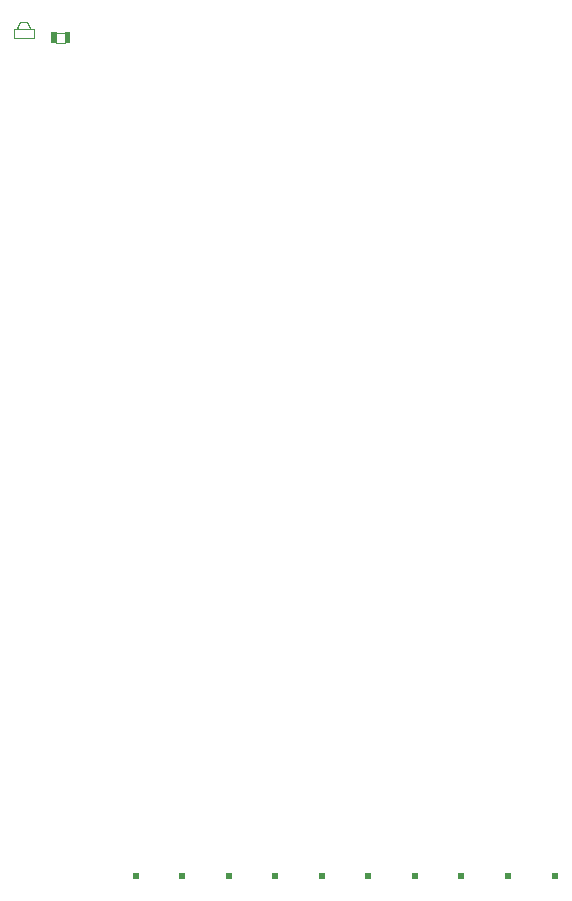
<source format=gbr>
G04 DipTrace 4.3.0.5*
G04 BottomAssembly.gbr*
%MOMM*%
G04 #@! TF.FileFunction,Drawing,Bot*
G04 #@! TF.Part,Single*
%ADD13C,0.12*%
%ADD25C,0.1016*%
%FSLAX35Y35*%
G04*
G71*
G90*
G75*
G01*
G04 BotAssy*
%LPD*%
X-6292000Y-1860180D2*
D13*
Y-1940200D1*
X-6124100D1*
Y-1860180D1*
X-6292000D1*
X-6156360Y-1854770D2*
X-6181170Y-1807980D1*
X-6245180Y-1807030D1*
X-6265230Y-1850970D1*
X-6262370Y-1856690D1*
G36*
X-1693007Y-9058870D2*
Y-9008083D1*
X-1743793D1*
Y-9058870D1*
X-1693007D1*
G37*
G36*
X-2137783D2*
X-2086997D1*
Y-9008083D1*
X-2137783D1*
Y-9058870D1*
G37*
G36*
X-2531770D2*
X-2480983D1*
Y-9008083D1*
X-2531770D1*
Y-9058870D1*
G37*
G36*
X-2925760D2*
X-2874973D1*
Y-9008083D1*
X-2925760D1*
Y-9058870D1*
G37*
G36*
X-3319750Y-9008083D2*
Y-9058870D1*
X-3268963D1*
Y-9008083D1*
X-3319750D1*
G37*
G36*
X-3662950Y-9058870D2*
Y-9008083D1*
X-3713737D1*
Y-9058870D1*
X-3662950D1*
G37*
G36*
X-4107727D2*
X-4056940D1*
Y-9008083D1*
X-4107727D1*
Y-9058870D1*
G37*
G36*
X-4501717D2*
X-4450930D1*
Y-9008083D1*
X-4501717D1*
Y-9058870D1*
G37*
G36*
X-4844917D2*
Y-9008083D1*
X-4895703D1*
Y-9058870D1*
X-4844917D1*
G37*
G36*
X-5238907D2*
Y-9008083D1*
X-5289693D1*
Y-9058870D1*
X-5238907D1*
G37*
X-5935688Y-1980001D2*
D25*
X-5864518Y-1979999D1*
X-5935692Y-1894901D2*
X-5864522Y-1894899D1*
G36*
X-5933918Y-1984811D2*
X-5933922Y-1889811D1*
X-5983902Y-1889813D1*
X-5983898Y-1984813D1*
X-5933918Y-1984811D1*
G37*
G36*
X-5817068Y-1984807D2*
X-5817072Y-1889807D1*
X-5867082Y-1889809D1*
X-5867078Y-1984809D1*
X-5817068Y-1984807D1*
G37*
M02*

</source>
